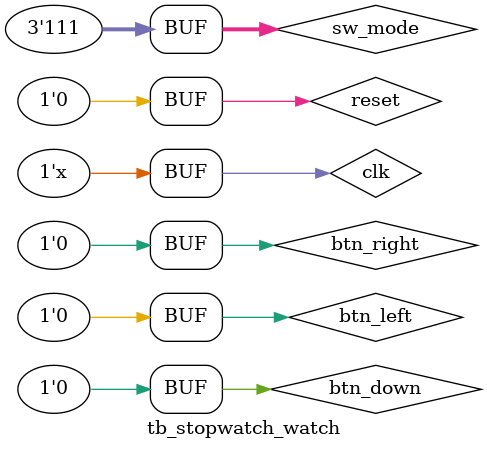
<source format=v>
`timescale 1ns / 1ps



module tb_stopwatch_watch();

    reg clk, reset, btn_left, btn_right, btn_down;
    reg [2:0] sw_mode;
    wire [3:0] fnd_comm;
    wire [7:0] fnd_font;
    wire [4:0] led;

    top_stopwatch dut(
    .clk(clk),
    .reset(reset),
    .sw_mode(sw_mode),
    .btn_left(btn_left),
    .btn_right(btn_right),
    .btn_down(btn_down),
    .fnd_comm(fnd_comm),
    .fnd_font(fnd_font),
    .led(led)
    );

    always #5 clk = ~clk;
    initial begin
        clk = 0;
        reset = 0;
        btn_left = 1'b0;
        btn_down = 1'b0;
        btn_right = 1'b0;

        #10;
        reset = 1;
        
        #10;
        reset= 0;
        sw_mode = 3'b011;

    #100000000;
        btn_down = 1'b1;
    #100000000;
        btn_down = 1'b0;
    #100000000;
        btn_down = 1'b1;
    #100000000;
        btn_down = 1'b0;
    #100000000;
        btn_right = 1'b1;
    #100000000;
        btn_right = 1'b0;
    #100000000;
        btn_right = 1'b1;
    #100000000;
        btn_right = 1'b0;


        #10;
        sw_mode = 3'b111;
        #100000000;
        btn_down = 1'b1;
    #100000000;
        btn_left = 1'b0;
    #100000000;
        btn_down = 1'b1;
    #100000000;
        btn_down = 1'b0;
    #100000000;
        btn_right = 1'b1;
    #100000000;
        btn_right = 1'b0;
    #100000000;
        btn_right = 1'b1;
    #100000000;
        btn_right = 1'b0;
 
    end 
endmodule
</source>
